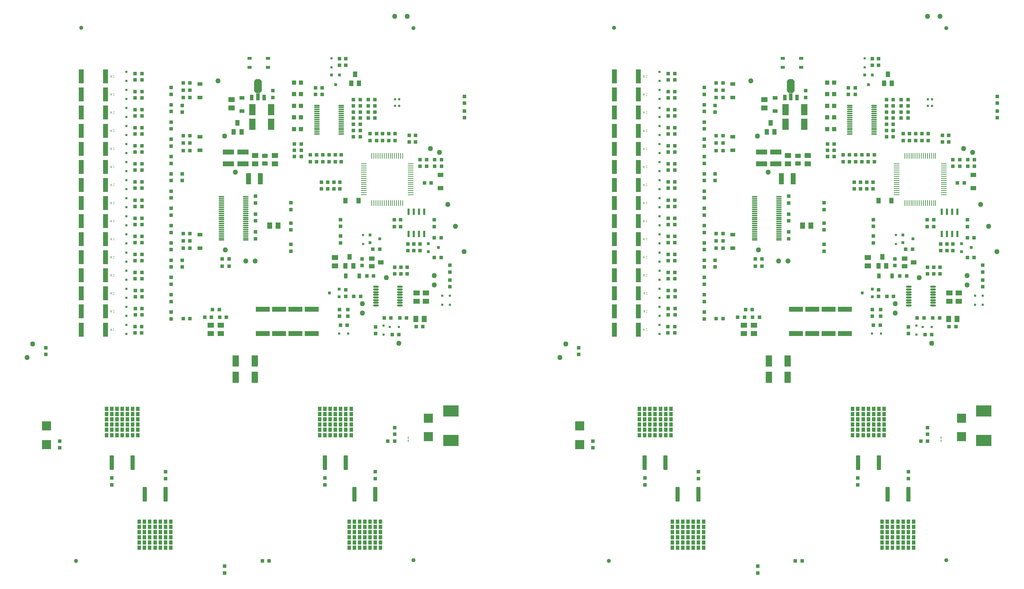
<source format=gtp>
G04*
G04 #@! TF.GenerationSoftware,Altium Limited,Altium Designer,18.0.7 (293)*
G04*
G04 Layer_Color=8421504*
%FSLAX25Y25*%
%MOIN*%
G70*
G01*
G75*
%ADD11R,0.02362X0.06102*%
%ADD12R,0.02362X0.01968*%
%ADD13R,0.03642X0.03740*%
%ADD14C,0.05000*%
%ADD15R,0.09055X0.09055*%
G04:AMPARAMS|DCode=16|XSize=39.37mil|YSize=137.8mil|CornerRadius=1.97mil|HoleSize=0mil|Usage=FLASHONLY|Rotation=0.000|XOffset=0mil|YOffset=0mil|HoleType=Round|Shape=RoundedRectangle|*
%AMROUNDEDRECTD16*
21,1,0.03937,0.13386,0,0,0.0*
21,1,0.03543,0.13780,0,0,0.0*
1,1,0.00394,0.01772,-0.06693*
1,1,0.00394,-0.01772,-0.06693*
1,1,0.00394,-0.01772,0.06693*
1,1,0.00394,0.01772,0.06693*
%
%ADD16ROUNDEDRECTD16*%
%ADD19R,0.05000X0.06300*%
%ADD20R,0.06300X0.05000*%
G04:AMPARAMS|DCode=21|XSize=55.12mil|YSize=43.31mil|CornerRadius=10.83mil|HoleSize=0mil|Usage=FLASHONLY|Rotation=180.000|XOffset=0mil|YOffset=0mil|HoleType=Round|Shape=RoundedRectangle|*
%AMROUNDEDRECTD21*
21,1,0.05512,0.02165,0,0,180.0*
21,1,0.03347,0.04331,0,0,180.0*
1,1,0.02165,-0.01673,0.01083*
1,1,0.02165,0.01673,0.01083*
1,1,0.02165,0.01673,-0.01083*
1,1,0.02165,-0.01673,-0.01083*
%
%ADD21ROUNDEDRECTD21*%
%ADD22R,0.03150X0.02756*%
%ADD25R,0.03937X0.02756*%
%ADD26R,0.03937X0.05512*%
%ADD27R,0.03740X0.03642*%
%ADD28R,0.06299X0.10630*%
%ADD29R,0.05512X0.04331*%
%ADD30R,0.04331X0.05512*%
%ADD31R,0.03602X0.04803*%
%ADD32R,0.05512X0.03937*%
%ADD33O,0.05512X0.01772*%
%ADD34R,0.10630X0.05118*%
%ADD35O,0.05512X0.01181*%
%ADD36R,0.05118X0.10630*%
%ADD37R,0.04803X0.03602*%
G04:AMPARAMS|DCode=38|XSize=74.8mil|YSize=133.86mil|CornerRadius=0mil|HoleSize=0mil|Usage=FLASHONLY|Rotation=180.000|XOffset=0mil|YOffset=0mil|HoleType=Round|Shape=Octagon|*
%AMOCTAGOND38*
4,1,8,0.01870,-0.06693,-0.01870,-0.06693,-0.03740,-0.04823,-0.03740,0.04823,-0.01870,0.06693,0.01870,0.06693,0.03740,0.04823,0.03740,-0.04823,0.01870,-0.06693,0.0*
%
%ADD38OCTAGOND38*%

%ADD39R,0.03543X0.05512*%
%ADD40R,0.03543X0.07087*%
%ADD41R,0.02756X0.03150*%
%ADD42R,0.04400X0.04000*%
%ADD44R,0.13386X0.05118*%
%ADD47R,0.05118X0.13386*%
%ADD48R,0.01000X0.02000*%
%ADD49R,0.15000X0.11000*%
%ADD50C,0.03937*%
G04:AMPARAMS|DCode=92|XSize=9.84mil|YSize=7.87mil|CornerRadius=1.97mil|HoleSize=0mil|Usage=FLASHONLY|Rotation=180.000|XOffset=0mil|YOffset=0mil|HoleType=Round|Shape=RoundedRectangle|*
%AMROUNDEDRECTD92*
21,1,0.00984,0.00394,0,0,180.0*
21,1,0.00591,0.00787,0,0,180.0*
1,1,0.00394,-0.00295,0.00197*
1,1,0.00394,0.00295,0.00197*
1,1,0.00394,0.00295,-0.00197*
1,1,0.00394,-0.00295,-0.00197*
%
%ADD92ROUNDEDRECTD92*%
%ADD93R,0.03780X0.04252*%
%ADD94R,0.03780X0.04252*%
%ADD95R,0.03780X0.04252*%
%ADD96R,0.03780X0.04252*%
%ADD97R,0.01968X0.01968*%
%ADD98R,0.05571X0.00945*%
%ADD99R,0.00945X0.05571*%
%ADD100R,0.01968X0.01968*%
G04:AMPARAMS|DCode=101|XSize=19.68mil|YSize=9.84mil|CornerRadius=1.96mil|HoleSize=0mil|Usage=FLASHONLY|Rotation=90.000|XOffset=0mil|YOffset=0mil|HoleType=Round|Shape=RoundedRectangle|*
%AMROUNDEDRECTD101*
21,1,0.01968,0.00593,0,0,90.0*
21,1,0.01577,0.00984,0,0,90.0*
1,1,0.00392,0.00296,0.00788*
1,1,0.00392,0.00296,-0.00788*
1,1,0.00392,-0.00296,-0.00788*
1,1,0.00392,-0.00296,0.00788*
%
%ADD101ROUNDEDRECTD101*%
D11*
X427870Y374085D02*
D03*
X422870D02*
D03*
X417870D02*
D03*
X412870D02*
D03*
X427870Y352825D02*
D03*
X422870D02*
D03*
X417870D02*
D03*
X412870D02*
D03*
X939681Y374085D02*
D03*
X934681D02*
D03*
X929681D02*
D03*
X924681D02*
D03*
X939681Y352825D02*
D03*
X934681D02*
D03*
X929681D02*
D03*
X924681D02*
D03*
D12*
X403639Y475685D02*
D03*
X399702D02*
D03*
X403739Y482033D02*
D03*
X399802D02*
D03*
X915450Y475685D02*
D03*
X911513D02*
D03*
X915550Y482033D02*
D03*
X911613D02*
D03*
D13*
X437570Y366433D02*
D03*
Y359937D02*
D03*
X452470Y322833D02*
D03*
Y316337D02*
D03*
Y308581D02*
D03*
Y302085D02*
D03*
X282370Y490433D02*
D03*
Y483937D02*
D03*
X236221Y27185D02*
D03*
Y33681D02*
D03*
X127870Y118433D02*
D03*
Y111937D02*
D03*
X332370Y118433D02*
D03*
Y111937D02*
D03*
X380870Y117937D02*
D03*
Y124433D02*
D03*
X179370Y117937D02*
D03*
Y124433D02*
D03*
X411370Y320933D02*
D03*
Y314437D02*
D03*
X405370Y320933D02*
D03*
Y314437D02*
D03*
X399470Y320933D02*
D03*
Y314437D02*
D03*
X417870Y343233D02*
D03*
Y336737D02*
D03*
X423670D02*
D03*
Y343233D02*
D03*
X412070D02*
D03*
Y336737D02*
D03*
X399070Y359937D02*
D03*
Y366433D02*
D03*
X405170D02*
D03*
Y359937D02*
D03*
X419570Y447533D02*
D03*
Y441037D02*
D03*
X413570Y447533D02*
D03*
Y441037D02*
D03*
X328970Y396037D02*
D03*
Y402533D02*
D03*
X340970Y396037D02*
D03*
Y402533D02*
D03*
X346867Y396037D02*
D03*
Y402533D02*
D03*
X334970D02*
D03*
Y396037D02*
D03*
X466370Y464437D02*
D03*
Y470933D02*
D03*
X399870Y442537D02*
D03*
Y449033D02*
D03*
X375870Y442537D02*
D03*
Y449033D02*
D03*
X393870Y442537D02*
D03*
Y449033D02*
D03*
X382070Y442537D02*
D03*
Y449033D02*
D03*
X387870Y442537D02*
D03*
Y449033D02*
D03*
X466370Y484933D02*
D03*
Y478437D02*
D03*
X77870Y147437D02*
D03*
Y153933D02*
D03*
X64370Y237089D02*
D03*
Y243585D02*
D03*
X347470Y360085D02*
D03*
Y366581D02*
D03*
Y350833D02*
D03*
Y344337D02*
D03*
X367970Y322489D02*
D03*
Y328985D02*
D03*
X346370Y521333D02*
D03*
Y514837D02*
D03*
X352470Y521333D02*
D03*
Y514837D02*
D03*
X348267Y428781D02*
D03*
Y422285D02*
D03*
X342370D02*
D03*
Y428781D02*
D03*
X324370Y422285D02*
D03*
Y428781D02*
D03*
X336370Y422285D02*
D03*
Y428781D02*
D03*
X318370D02*
D03*
Y422285D02*
D03*
X330370Y428781D02*
D03*
Y422285D02*
D03*
X380970Y257085D02*
D03*
Y263581D02*
D03*
X354470Y280333D02*
D03*
Y273837D02*
D03*
X346470D02*
D03*
Y280333D02*
D03*
X352470Y292837D02*
D03*
Y299333D02*
D03*
X299870Y376189D02*
D03*
Y382685D02*
D03*
Y356689D02*
D03*
Y363185D02*
D03*
X299870Y342685D02*
D03*
Y336189D02*
D03*
X265870Y354811D02*
D03*
Y348315D02*
D03*
Y365437D02*
D03*
Y371933D02*
D03*
Y389055D02*
D03*
Y382559D02*
D03*
X184870Y486989D02*
D03*
Y493485D02*
D03*
X195470Y469837D02*
D03*
Y476333D02*
D03*
X184870Y470400D02*
D03*
Y476896D02*
D03*
Y453812D02*
D03*
Y460308D02*
D03*
Y437223D02*
D03*
Y443719D02*
D03*
Y420635D02*
D03*
Y427131D02*
D03*
X195470Y404046D02*
D03*
Y410542D02*
D03*
X184870Y404046D02*
D03*
Y410542D02*
D03*
Y387457D02*
D03*
Y393953D02*
D03*
Y370869D02*
D03*
Y377365D02*
D03*
Y354280D02*
D03*
Y360776D02*
D03*
Y337691D02*
D03*
Y344187D02*
D03*
X195470Y321103D02*
D03*
Y327599D02*
D03*
X184870Y321103D02*
D03*
Y327599D02*
D03*
Y304514D02*
D03*
Y311010D02*
D03*
Y287926D02*
D03*
Y294422D02*
D03*
Y271337D02*
D03*
Y277833D02*
D03*
X399370Y160437D02*
D03*
Y166933D02*
D03*
X949381Y366433D02*
D03*
Y359937D02*
D03*
X964281Y322833D02*
D03*
Y316337D02*
D03*
Y308581D02*
D03*
Y302085D02*
D03*
X794181Y490433D02*
D03*
Y483937D02*
D03*
X748032Y27185D02*
D03*
Y33681D02*
D03*
X639681Y118433D02*
D03*
Y111937D02*
D03*
X844181Y118433D02*
D03*
Y111937D02*
D03*
X892681Y117937D02*
D03*
Y124433D02*
D03*
X691181Y117937D02*
D03*
Y124433D02*
D03*
X923181Y320933D02*
D03*
Y314437D02*
D03*
X917181Y320933D02*
D03*
Y314437D02*
D03*
X911281Y320933D02*
D03*
Y314437D02*
D03*
X929681Y343233D02*
D03*
Y336737D02*
D03*
X935481D02*
D03*
Y343233D02*
D03*
X923881D02*
D03*
Y336737D02*
D03*
X910881Y359937D02*
D03*
Y366433D02*
D03*
X916981D02*
D03*
Y359937D02*
D03*
X931381Y447533D02*
D03*
Y441037D02*
D03*
X925381Y447533D02*
D03*
Y441037D02*
D03*
X840781Y396037D02*
D03*
Y402533D02*
D03*
X852781Y396037D02*
D03*
Y402533D02*
D03*
X858678Y396037D02*
D03*
Y402533D02*
D03*
X846781D02*
D03*
Y396037D02*
D03*
X978181Y464437D02*
D03*
Y470933D02*
D03*
X911681Y442537D02*
D03*
Y449033D02*
D03*
X887681Y442537D02*
D03*
Y449033D02*
D03*
X905681Y442537D02*
D03*
Y449033D02*
D03*
X893881Y442537D02*
D03*
Y449033D02*
D03*
X899681Y442537D02*
D03*
Y449033D02*
D03*
X978181Y484933D02*
D03*
Y478437D02*
D03*
X589681Y147437D02*
D03*
Y153933D02*
D03*
X576181Y237089D02*
D03*
Y243585D02*
D03*
X859281Y360085D02*
D03*
Y366581D02*
D03*
Y350833D02*
D03*
Y344337D02*
D03*
X879781Y322489D02*
D03*
Y328985D02*
D03*
X858181Y521333D02*
D03*
Y514837D02*
D03*
X864281Y521333D02*
D03*
Y514837D02*
D03*
X860078Y428781D02*
D03*
Y422285D02*
D03*
X854181D02*
D03*
Y428781D02*
D03*
X836181Y422285D02*
D03*
Y428781D02*
D03*
X848181Y422285D02*
D03*
Y428781D02*
D03*
X830181D02*
D03*
Y422285D02*
D03*
X842181Y428781D02*
D03*
Y422285D02*
D03*
X892781Y257085D02*
D03*
Y263581D02*
D03*
X866281Y280333D02*
D03*
Y273837D02*
D03*
X858281D02*
D03*
Y280333D02*
D03*
X864281Y292837D02*
D03*
Y299333D02*
D03*
X811681Y376189D02*
D03*
Y382685D02*
D03*
Y356689D02*
D03*
Y363185D02*
D03*
X811681Y342685D02*
D03*
Y336189D02*
D03*
X777681Y354811D02*
D03*
Y348315D02*
D03*
Y365437D02*
D03*
Y371933D02*
D03*
Y389055D02*
D03*
Y382559D02*
D03*
X696681Y486989D02*
D03*
Y493485D02*
D03*
X707281Y469837D02*
D03*
Y476333D02*
D03*
X696681Y470400D02*
D03*
Y476896D02*
D03*
Y453812D02*
D03*
Y460308D02*
D03*
Y437223D02*
D03*
Y443719D02*
D03*
Y420635D02*
D03*
Y427131D02*
D03*
X707281Y404046D02*
D03*
Y410542D02*
D03*
X696681Y404046D02*
D03*
Y410542D02*
D03*
Y387457D02*
D03*
Y393953D02*
D03*
Y370869D02*
D03*
Y377365D02*
D03*
Y354280D02*
D03*
Y360776D02*
D03*
Y337691D02*
D03*
Y344187D02*
D03*
X707281Y321103D02*
D03*
Y327599D02*
D03*
X696681Y321103D02*
D03*
Y327599D02*
D03*
Y304514D02*
D03*
Y311010D02*
D03*
Y287926D02*
D03*
Y294422D02*
D03*
Y271337D02*
D03*
Y277833D02*
D03*
X911181Y160437D02*
D03*
Y166933D02*
D03*
D14*
X46370Y234185D02*
D03*
X51870Y247085D02*
D03*
X368370Y276685D02*
D03*
Y285685D02*
D03*
X265370Y326685D02*
D03*
X403370Y247685D02*
D03*
X437370Y303685D02*
D03*
X256370Y326685D02*
D03*
X437370Y312685D02*
D03*
X391370Y310685D02*
D03*
X442570Y431285D02*
D03*
X433870Y434885D02*
D03*
X450370Y381285D02*
D03*
X457870Y360085D02*
D03*
X399370Y561685D02*
D03*
X411370D02*
D03*
X465970Y335685D02*
D03*
X229670Y499885D02*
D03*
X236070Y446785D02*
D03*
X246470Y412185D02*
D03*
X236870Y337485D02*
D03*
X558181Y234185D02*
D03*
X563681Y247085D02*
D03*
X880181Y276685D02*
D03*
Y285685D02*
D03*
X777181Y326685D02*
D03*
X915181Y247685D02*
D03*
X949181Y303685D02*
D03*
X768181Y326685D02*
D03*
X949181Y312685D02*
D03*
X903181Y310685D02*
D03*
X954381Y431285D02*
D03*
X945681Y434885D02*
D03*
X962181Y381285D02*
D03*
X969681Y360085D02*
D03*
X911181Y561685D02*
D03*
X923181D02*
D03*
X977781Y335685D02*
D03*
X741481Y499885D02*
D03*
X747881Y446785D02*
D03*
X758281Y412185D02*
D03*
X748681Y337485D02*
D03*
D15*
X65170Y168343D02*
D03*
Y150627D02*
D03*
X431870Y175902D02*
D03*
Y158185D02*
D03*
X576981Y168343D02*
D03*
Y150627D02*
D03*
X943681Y175902D02*
D03*
Y158185D02*
D03*
D16*
X380827Y102953D02*
D03*
X360827D02*
D03*
X332520Y133268D02*
D03*
X352520D02*
D03*
X127795D02*
D03*
X147795D02*
D03*
X179291Y102953D02*
D03*
X159291D02*
D03*
X892638D02*
D03*
X872638D02*
D03*
X844331Y133268D02*
D03*
X864331D02*
D03*
X639606D02*
D03*
X659606D02*
D03*
X691102Y102953D02*
D03*
X671102D02*
D03*
D19*
X427722Y271085D02*
D03*
X419722D02*
D03*
X279370Y360685D02*
D03*
X287370D02*
D03*
X939533Y271085D02*
D03*
X931533D02*
D03*
X791181Y360685D02*
D03*
X799181D02*
D03*
D20*
X429470Y288333D02*
D03*
Y296333D02*
D03*
X420470Y296333D02*
D03*
Y288333D02*
D03*
X341970Y322085D02*
D03*
Y330085D02*
D03*
X265370Y420185D02*
D03*
Y428185D02*
D03*
X284374D02*
D03*
Y420185D02*
D03*
X242698Y473685D02*
D03*
Y481685D02*
D03*
X222818Y265185D02*
D03*
Y257185D02*
D03*
X232570Y265185D02*
D03*
Y257185D02*
D03*
X941281Y288333D02*
D03*
Y296333D02*
D03*
X932281Y296333D02*
D03*
Y288333D02*
D03*
X853781Y322085D02*
D03*
Y330085D02*
D03*
X777181Y420185D02*
D03*
Y428185D02*
D03*
X796185D02*
D03*
Y420185D02*
D03*
X754509Y473685D02*
D03*
Y481685D02*
D03*
X734630Y265185D02*
D03*
Y257185D02*
D03*
X744381Y265185D02*
D03*
Y257185D02*
D03*
D21*
X274870Y420642D02*
D03*
Y427728D02*
D03*
X786681Y420642D02*
D03*
Y427728D02*
D03*
D22*
X431946Y343427D02*
D03*
X431946Y335947D02*
D03*
X441395Y339687D02*
D03*
X375746Y351825D02*
D03*
X375746Y344345D02*
D03*
X385194Y348085D02*
D03*
X346195Y292345D02*
D03*
X346195Y299825D02*
D03*
X336746Y296085D02*
D03*
X943757Y343427D02*
D03*
X943757Y335947D02*
D03*
X953205Y339687D02*
D03*
X887557Y351825D02*
D03*
X887557Y344345D02*
D03*
X897005Y348085D02*
D03*
X858006Y292345D02*
D03*
X858006Y299825D02*
D03*
X848557Y296085D02*
D03*
D25*
X277928Y512953D02*
D03*
X260212D02*
D03*
X277928Y521417D02*
D03*
X260212D02*
D03*
X789739Y512953D02*
D03*
X772023D02*
D03*
X789739Y521417D02*
D03*
X772023D02*
D03*
D26*
X357630Y497422D02*
D03*
X365110D02*
D03*
X361370Y506083D02*
D03*
X352230Y322254D02*
D03*
X359710D02*
D03*
X355970Y330916D02*
D03*
X244871Y450854D02*
D03*
X252352D02*
D03*
X248611Y459516D02*
D03*
X869441Y497422D02*
D03*
X876921D02*
D03*
X873181Y506083D02*
D03*
X864041Y322254D02*
D03*
X871521D02*
D03*
X867781Y330916D02*
D03*
X756682Y450854D02*
D03*
X764163D02*
D03*
X760423Y459516D02*
D03*
D27*
X359822Y446285D02*
D03*
X366318D02*
D03*
X272342Y38685D02*
D03*
X278839D02*
D03*
X444118Y349185D02*
D03*
X437622D02*
D03*
Y330185D02*
D03*
X444118D02*
D03*
X444418Y417985D02*
D03*
X437922D02*
D03*
X444418Y424085D02*
D03*
X437922D02*
D03*
X430218D02*
D03*
X423722D02*
D03*
X430218Y417985D02*
D03*
X423722D02*
D03*
X428122Y401685D02*
D03*
X434618D02*
D03*
X372722Y312585D02*
D03*
X379218D02*
D03*
X378470Y338085D02*
D03*
X384966D02*
D03*
X395818Y272085D02*
D03*
X389322D02*
D03*
X410894D02*
D03*
X404398D02*
D03*
X323422Y486933D02*
D03*
X329918D02*
D03*
Y493033D02*
D03*
X323422D02*
D03*
X374022Y464085D02*
D03*
X380518D02*
D03*
X374022Y469933D02*
D03*
X380518D02*
D03*
X366318Y458185D02*
D03*
X359822D02*
D03*
Y452185D02*
D03*
X366318D02*
D03*
X374021Y481933D02*
D03*
X380517D02*
D03*
X374021Y475833D02*
D03*
X380517D02*
D03*
X303274Y427033D02*
D03*
X309770D02*
D03*
X303274Y433033D02*
D03*
X309770D02*
D03*
Y439033D02*
D03*
X303274D02*
D03*
X366318Y464085D02*
D03*
X359822D02*
D03*
X366318Y469933D02*
D03*
X359822D02*
D03*
Y475833D02*
D03*
X366318D02*
D03*
Y481933D02*
D03*
X359822D02*
D03*
X426518Y263885D02*
D03*
X420022D02*
D03*
X396970Y256085D02*
D03*
X403466D02*
D03*
X347376Y265085D02*
D03*
X353872D02*
D03*
X360222Y292932D02*
D03*
X366718D02*
D03*
X240417Y328685D02*
D03*
X233921D02*
D03*
X240417Y321685D02*
D03*
X233921D02*
D03*
X231422Y272685D02*
D03*
X237918D02*
D03*
X217122D02*
D03*
X223618D02*
D03*
X196376Y483885D02*
D03*
X202872D02*
D03*
X196376Y497885D02*
D03*
X202872D02*
D03*
X196376Y490885D02*
D03*
X202872D02*
D03*
X196376Y440016D02*
D03*
X202872D02*
D03*
Y447085D02*
D03*
X196376D02*
D03*
Y339147D02*
D03*
X202872D02*
D03*
X196376Y346216D02*
D03*
X202872D02*
D03*
Y353285D02*
D03*
X196376D02*
D03*
X202872Y271385D02*
D03*
X196376D02*
D03*
X150222Y437428D02*
D03*
X156718D02*
D03*
X150222Y506885D02*
D03*
X156718D02*
D03*
X150222Y500885D02*
D03*
X156718D02*
D03*
X150222Y489521D02*
D03*
X156718D02*
D03*
X150222Y483521D02*
D03*
X156718D02*
D03*
X150222Y472156D02*
D03*
X156718D02*
D03*
X150222Y466156D02*
D03*
X156718D02*
D03*
X150222Y454792D02*
D03*
X156718D02*
D03*
X150222Y448792D02*
D03*
X156718D02*
D03*
X196376Y432947D02*
D03*
X202872D02*
D03*
X150222Y431428D02*
D03*
X156718D02*
D03*
X150222Y420063D02*
D03*
X156718D02*
D03*
X150222Y414064D02*
D03*
X156718D02*
D03*
X150222Y402699D02*
D03*
X156718D02*
D03*
X150222Y396699D02*
D03*
X156718D02*
D03*
X150222Y385335D02*
D03*
X156718D02*
D03*
X150222Y379335D02*
D03*
X156718D02*
D03*
X150222Y367971D02*
D03*
X156718D02*
D03*
X150222Y361971D02*
D03*
X156718D02*
D03*
X150222Y350606D02*
D03*
X156718D02*
D03*
X150222Y344606D02*
D03*
X156718D02*
D03*
X150222Y333242D02*
D03*
X156718D02*
D03*
X150222Y327242D02*
D03*
X156718D02*
D03*
X150222Y315878D02*
D03*
X156718D02*
D03*
X150222Y309878D02*
D03*
X156718D02*
D03*
X150322Y298514D02*
D03*
X156818D02*
D03*
X150322Y292514D02*
D03*
X156818D02*
D03*
X150322Y281149D02*
D03*
X156818D02*
D03*
X150322Y275149D02*
D03*
X156818D02*
D03*
X150122Y263785D02*
D03*
X156618D02*
D03*
X150122Y257785D02*
D03*
X156618D02*
D03*
X392874Y153685D02*
D03*
X399370D02*
D03*
X231118Y280185D02*
D03*
X224622D02*
D03*
X871633Y446285D02*
D03*
X878129D02*
D03*
X784154Y38685D02*
D03*
X790650D02*
D03*
X955929Y349185D02*
D03*
X949433D02*
D03*
Y330185D02*
D03*
X955929D02*
D03*
X956229Y417985D02*
D03*
X949733D02*
D03*
X956229Y424085D02*
D03*
X949733D02*
D03*
X942029D02*
D03*
X935533D02*
D03*
X942029Y417985D02*
D03*
X935533D02*
D03*
X939933Y401685D02*
D03*
X946429D02*
D03*
X884533Y312585D02*
D03*
X891029D02*
D03*
X890281Y338085D02*
D03*
X896777D02*
D03*
X907629Y272085D02*
D03*
X901133D02*
D03*
X922705D02*
D03*
X916209D02*
D03*
X835233Y486933D02*
D03*
X841729D02*
D03*
Y493033D02*
D03*
X835233D02*
D03*
X885833Y464085D02*
D03*
X892329D02*
D03*
X885833Y469933D02*
D03*
X892329D02*
D03*
X878129Y458185D02*
D03*
X871633D02*
D03*
Y452185D02*
D03*
X878129D02*
D03*
X885832Y481933D02*
D03*
X892328D02*
D03*
X885832Y475833D02*
D03*
X892328D02*
D03*
X815085Y427033D02*
D03*
X821581D02*
D03*
X815085Y433033D02*
D03*
X821581D02*
D03*
Y439033D02*
D03*
X815085D02*
D03*
X878129Y464085D02*
D03*
X871633D02*
D03*
X878129Y469933D02*
D03*
X871633D02*
D03*
Y475833D02*
D03*
X878129D02*
D03*
Y481933D02*
D03*
X871633D02*
D03*
X938329Y263885D02*
D03*
X931833D02*
D03*
X908781Y256085D02*
D03*
X915277D02*
D03*
X859187Y265085D02*
D03*
X865683D02*
D03*
X872033Y292932D02*
D03*
X878529D02*
D03*
X752228Y328685D02*
D03*
X745732D02*
D03*
X752228Y321685D02*
D03*
X745732D02*
D03*
X743233Y272685D02*
D03*
X749729D02*
D03*
X728933D02*
D03*
X735429D02*
D03*
X708187Y483885D02*
D03*
X714683D02*
D03*
X708187Y497885D02*
D03*
X714683D02*
D03*
X708187Y490885D02*
D03*
X714683D02*
D03*
X708187Y440016D02*
D03*
X714683D02*
D03*
Y447085D02*
D03*
X708187D02*
D03*
Y339147D02*
D03*
X714683D02*
D03*
X708187Y346216D02*
D03*
X714683D02*
D03*
Y353285D02*
D03*
X708187D02*
D03*
X714683Y271385D02*
D03*
X708187D02*
D03*
X662033Y437428D02*
D03*
X668529D02*
D03*
X662033Y506885D02*
D03*
X668529D02*
D03*
X662033Y500885D02*
D03*
X668529D02*
D03*
X662033Y489521D02*
D03*
X668529D02*
D03*
X662033Y483521D02*
D03*
X668529D02*
D03*
X662033Y472156D02*
D03*
X668529D02*
D03*
X662033Y466156D02*
D03*
X668529D02*
D03*
X662033Y454792D02*
D03*
X668529D02*
D03*
X662033Y448792D02*
D03*
X668529D02*
D03*
X708187Y432947D02*
D03*
X714683D02*
D03*
X662033Y431428D02*
D03*
X668529D02*
D03*
X662033Y420063D02*
D03*
X668529D02*
D03*
X662033Y414064D02*
D03*
X668529D02*
D03*
X662033Y402699D02*
D03*
X668529D02*
D03*
X662033Y396699D02*
D03*
X668529D02*
D03*
X662033Y385335D02*
D03*
X668529D02*
D03*
X662033Y379335D02*
D03*
X668529D02*
D03*
X662033Y367971D02*
D03*
X668529D02*
D03*
X662033Y361971D02*
D03*
X668529D02*
D03*
X662033Y350606D02*
D03*
X668529D02*
D03*
X662033Y344606D02*
D03*
X668529D02*
D03*
X662033Y333242D02*
D03*
X668529D02*
D03*
X662033Y327242D02*
D03*
X668529D02*
D03*
X662033Y315878D02*
D03*
X668529D02*
D03*
X662033Y309878D02*
D03*
X668529D02*
D03*
X662133Y298514D02*
D03*
X668629D02*
D03*
X662133Y292514D02*
D03*
X668629D02*
D03*
X662133Y281149D02*
D03*
X668629D02*
D03*
X662133Y275149D02*
D03*
X668629D02*
D03*
X661933Y263785D02*
D03*
X668429D02*
D03*
X661933Y257785D02*
D03*
X668429D02*
D03*
X904685Y153685D02*
D03*
X911181D02*
D03*
X742929Y280185D02*
D03*
X736433D02*
D03*
D28*
X262815Y472185D02*
D03*
X280925D02*
D03*
X262815Y458185D02*
D03*
X280925D02*
D03*
X264961Y215186D02*
D03*
X246850D02*
D03*
X264961Y230686D02*
D03*
X246850D02*
D03*
X774626Y472185D02*
D03*
X792736D02*
D03*
X774626Y458185D02*
D03*
X792736D02*
D03*
X776772Y215186D02*
D03*
X758661D02*
D03*
X776772Y230686D02*
D03*
X758661D02*
D03*
D29*
X443370Y409484D02*
D03*
Y396886D02*
D03*
X955181Y409484D02*
D03*
Y396886D02*
D03*
D30*
X364769Y384685D02*
D03*
X352171D02*
D03*
X876580D02*
D03*
X863982D02*
D03*
D31*
X365417Y312585D02*
D03*
X352523D02*
D03*
X877228D02*
D03*
X864334D02*
D03*
D32*
X377309Y329325D02*
D03*
Y321845D02*
D03*
X385970Y325585D02*
D03*
X889120Y329325D02*
D03*
Y321845D02*
D03*
X897781Y325585D02*
D03*
D33*
X404584Y284128D02*
D03*
Y286687D02*
D03*
Y289247D02*
D03*
Y291806D02*
D03*
Y294365D02*
D03*
Y296924D02*
D03*
Y299483D02*
D03*
Y302042D02*
D03*
X381356Y284128D02*
D03*
Y286687D02*
D03*
Y289247D02*
D03*
Y291806D02*
D03*
Y294365D02*
D03*
Y296924D02*
D03*
Y299483D02*
D03*
Y302042D02*
D03*
X916395Y284128D02*
D03*
Y286687D02*
D03*
Y289247D02*
D03*
Y291806D02*
D03*
Y294365D02*
D03*
Y296924D02*
D03*
Y299483D02*
D03*
Y302042D02*
D03*
X893167Y284128D02*
D03*
Y286687D02*
D03*
Y289247D02*
D03*
Y291806D02*
D03*
Y294365D02*
D03*
Y296924D02*
D03*
Y299483D02*
D03*
Y302042D02*
D03*
D34*
X253706Y431614D02*
D03*
Y420196D02*
D03*
X239870D02*
D03*
Y431614D02*
D03*
X765517D02*
D03*
Y420196D02*
D03*
X751681D02*
D03*
Y431614D02*
D03*
D35*
X256484Y347016D02*
D03*
Y348984D02*
D03*
Y350953D02*
D03*
Y352921D02*
D03*
Y354890D02*
D03*
Y356858D02*
D03*
Y358827D02*
D03*
Y360795D02*
D03*
Y362764D02*
D03*
Y364732D02*
D03*
Y366701D02*
D03*
Y368669D02*
D03*
Y370638D02*
D03*
Y372606D02*
D03*
Y374575D02*
D03*
Y376543D02*
D03*
Y378512D02*
D03*
Y380480D02*
D03*
Y382449D02*
D03*
Y384417D02*
D03*
Y386386D02*
D03*
Y388354D02*
D03*
X233256Y347016D02*
D03*
Y348984D02*
D03*
Y350953D02*
D03*
Y352921D02*
D03*
Y354890D02*
D03*
Y356858D02*
D03*
Y358827D02*
D03*
Y360795D02*
D03*
Y362764D02*
D03*
Y364732D02*
D03*
Y366701D02*
D03*
Y368669D02*
D03*
Y370638D02*
D03*
Y372606D02*
D03*
Y374575D02*
D03*
Y376543D02*
D03*
Y378512D02*
D03*
Y380480D02*
D03*
Y382449D02*
D03*
Y384417D02*
D03*
Y386386D02*
D03*
Y388354D02*
D03*
X347984Y448753D02*
D03*
Y450722D02*
D03*
Y452691D02*
D03*
Y454659D02*
D03*
Y456628D02*
D03*
Y458596D02*
D03*
Y460565D02*
D03*
Y462533D02*
D03*
Y464502D02*
D03*
Y466470D02*
D03*
Y468439D02*
D03*
Y470407D02*
D03*
Y472376D02*
D03*
Y474344D02*
D03*
Y476313D02*
D03*
X324756Y448753D02*
D03*
Y450722D02*
D03*
Y452691D02*
D03*
Y454659D02*
D03*
Y456628D02*
D03*
Y458596D02*
D03*
Y460565D02*
D03*
Y462533D02*
D03*
Y464502D02*
D03*
Y466470D02*
D03*
Y468439D02*
D03*
Y470407D02*
D03*
Y472376D02*
D03*
Y474344D02*
D03*
Y476313D02*
D03*
X768295Y347016D02*
D03*
Y348984D02*
D03*
Y350953D02*
D03*
Y352921D02*
D03*
Y354890D02*
D03*
Y356858D02*
D03*
Y358827D02*
D03*
Y360795D02*
D03*
Y362764D02*
D03*
Y364732D02*
D03*
Y366701D02*
D03*
Y368669D02*
D03*
Y370638D02*
D03*
Y372606D02*
D03*
Y374575D02*
D03*
Y376543D02*
D03*
Y378512D02*
D03*
Y380480D02*
D03*
Y382449D02*
D03*
Y384417D02*
D03*
Y386386D02*
D03*
Y388354D02*
D03*
X745067Y347016D02*
D03*
Y348984D02*
D03*
Y350953D02*
D03*
Y352921D02*
D03*
Y354890D02*
D03*
Y356858D02*
D03*
Y358827D02*
D03*
Y360795D02*
D03*
Y362764D02*
D03*
Y364732D02*
D03*
Y366701D02*
D03*
Y368669D02*
D03*
Y370638D02*
D03*
Y372606D02*
D03*
Y374575D02*
D03*
Y376543D02*
D03*
Y378512D02*
D03*
Y380480D02*
D03*
Y382449D02*
D03*
Y384417D02*
D03*
Y386386D02*
D03*
Y388354D02*
D03*
X859795Y448753D02*
D03*
Y450722D02*
D03*
Y452691D02*
D03*
Y454659D02*
D03*
Y456628D02*
D03*
Y458596D02*
D03*
Y460565D02*
D03*
Y462533D02*
D03*
Y464502D02*
D03*
Y466470D02*
D03*
Y468439D02*
D03*
Y470407D02*
D03*
Y472376D02*
D03*
Y474344D02*
D03*
Y476313D02*
D03*
X836567Y448753D02*
D03*
Y450722D02*
D03*
Y452691D02*
D03*
Y454659D02*
D03*
Y456628D02*
D03*
Y458596D02*
D03*
Y460565D02*
D03*
Y462533D02*
D03*
Y464502D02*
D03*
Y466470D02*
D03*
Y468439D02*
D03*
Y470407D02*
D03*
Y472376D02*
D03*
Y474344D02*
D03*
Y476313D02*
D03*
D36*
X259041Y405685D02*
D03*
X270459D02*
D03*
X770853D02*
D03*
X782270D02*
D03*
D37*
X252870Y483632D02*
D03*
Y470738D02*
D03*
X212470Y483938D02*
D03*
Y496832D02*
D03*
Y433191D02*
D03*
Y446085D02*
D03*
Y339138D02*
D03*
Y352032D02*
D03*
X764681Y483632D02*
D03*
Y470738D02*
D03*
X724281Y483938D02*
D03*
Y496832D02*
D03*
Y433191D02*
D03*
Y446085D02*
D03*
Y339138D02*
D03*
Y352032D02*
D03*
D38*
X268056Y494728D02*
D03*
X779867D02*
D03*
D39*
X273961Y483705D02*
D03*
X262150D02*
D03*
X785772D02*
D03*
X773961D02*
D03*
D40*
X268056Y484492D02*
D03*
X779867D02*
D03*
D41*
X346410Y505482D02*
D03*
X338930Y505482D02*
D03*
X342670Y496033D02*
D03*
X858221Y505482D02*
D03*
X850741Y505482D02*
D03*
X854481Y496033D02*
D03*
D42*
X309567Y453633D02*
D03*
X302874D02*
D03*
X309567Y464783D02*
D03*
X302874D02*
D03*
Y475933D02*
D03*
X309567D02*
D03*
X302874Y487083D02*
D03*
X309567D02*
D03*
Y498233D02*
D03*
X302874D02*
D03*
X821378Y453633D02*
D03*
X814685D02*
D03*
X821378Y464783D02*
D03*
X814685D02*
D03*
Y475933D02*
D03*
X821378D02*
D03*
X814685Y487083D02*
D03*
X821378D02*
D03*
Y498233D02*
D03*
X814685D02*
D03*
D44*
X319870Y280403D02*
D03*
Y257175D02*
D03*
X304203Y280403D02*
D03*
Y257175D02*
D03*
X288537Y280403D02*
D03*
Y257175D02*
D03*
X272870Y280403D02*
D03*
Y257175D02*
D03*
X831681Y280403D02*
D03*
Y257175D02*
D03*
X816014Y280403D02*
D03*
Y257175D02*
D03*
X800348Y280403D02*
D03*
Y257175D02*
D03*
X784681Y280403D02*
D03*
Y257175D02*
D03*
D47*
X121784Y260985D02*
D03*
X98556D02*
D03*
X121784Y278349D02*
D03*
X98556D02*
D03*
X121784Y295714D02*
D03*
X98556D02*
D03*
X121784Y313078D02*
D03*
X98556D02*
D03*
X121784Y330442D02*
D03*
X98556D02*
D03*
X121784Y347806D02*
D03*
X98556D02*
D03*
X121784Y365171D02*
D03*
X98556D02*
D03*
X121784Y382535D02*
D03*
X98556D02*
D03*
X121784Y399899D02*
D03*
X98556D02*
D03*
X121784Y417264D02*
D03*
X98556D02*
D03*
X121784Y434628D02*
D03*
X98556D02*
D03*
X121784Y451992D02*
D03*
X98556D02*
D03*
X121784Y469356D02*
D03*
X98556D02*
D03*
X121784Y486721D02*
D03*
X98556D02*
D03*
X121784Y504085D02*
D03*
X98556D02*
D03*
X633595Y260985D02*
D03*
X610367D02*
D03*
X633595Y278349D02*
D03*
X610367D02*
D03*
X633595Y295714D02*
D03*
X610367D02*
D03*
X633595Y313078D02*
D03*
X610367D02*
D03*
X633595Y330442D02*
D03*
X610367D02*
D03*
X633595Y347806D02*
D03*
X610367D02*
D03*
X633595Y365171D02*
D03*
X610367D02*
D03*
X633595Y382535D02*
D03*
X610367D02*
D03*
X633595Y399899D02*
D03*
X610367D02*
D03*
X633595Y417264D02*
D03*
X610367D02*
D03*
X633595Y434628D02*
D03*
X610367D02*
D03*
X633595Y451992D02*
D03*
X610367D02*
D03*
X633595Y469356D02*
D03*
X610367D02*
D03*
X633595Y486721D02*
D03*
X610367D02*
D03*
X633595Y504085D02*
D03*
X610367D02*
D03*
D48*
X412370Y154185D02*
D03*
Y157185D02*
D03*
X924181Y154185D02*
D03*
Y157185D02*
D03*
D49*
X453370Y182734D02*
D03*
Y154636D02*
D03*
X965181Y182734D02*
D03*
Y154636D02*
D03*
D50*
X417323Y550635D02*
D03*
X93470Y38785D02*
D03*
X98425Y550985D02*
D03*
X417323Y39370D02*
D03*
X929134Y550635D02*
D03*
X605281Y38785D02*
D03*
X610236Y550985D02*
D03*
X929134Y39370D02*
D03*
D92*
X129650Y503298D02*
D03*
Y504872D02*
D03*
Y485933D02*
D03*
Y487508D02*
D03*
Y468569D02*
D03*
Y470144D02*
D03*
Y451205D02*
D03*
Y452779D02*
D03*
Y433840D02*
D03*
Y435415D02*
D03*
Y416476D02*
D03*
Y418051D02*
D03*
Y399112D02*
D03*
Y400687D02*
D03*
Y381748D02*
D03*
Y383322D02*
D03*
Y364383D02*
D03*
Y365958D02*
D03*
Y347019D02*
D03*
Y348594D02*
D03*
Y329655D02*
D03*
Y331230D02*
D03*
Y312291D02*
D03*
Y313865D02*
D03*
X129750Y294926D02*
D03*
Y296501D02*
D03*
Y277562D02*
D03*
Y279137D02*
D03*
X129550Y260198D02*
D03*
Y261772D02*
D03*
X641461Y503298D02*
D03*
Y504872D02*
D03*
Y485933D02*
D03*
Y487508D02*
D03*
Y468569D02*
D03*
Y470144D02*
D03*
Y451205D02*
D03*
Y452779D02*
D03*
Y433840D02*
D03*
Y435415D02*
D03*
Y416476D02*
D03*
Y418051D02*
D03*
Y399112D02*
D03*
Y400687D02*
D03*
Y381748D02*
D03*
Y383322D02*
D03*
Y364383D02*
D03*
Y365958D02*
D03*
Y347019D02*
D03*
Y348594D02*
D03*
Y329655D02*
D03*
Y331230D02*
D03*
Y312291D02*
D03*
Y313865D02*
D03*
X641561Y294926D02*
D03*
Y296501D02*
D03*
Y277562D02*
D03*
Y279137D02*
D03*
X641361Y260198D02*
D03*
Y261772D02*
D03*
D93*
X365788Y66496D02*
D03*
Y76575D02*
D03*
Y51378D02*
D03*
Y61457D02*
D03*
X355709Y66496D02*
D03*
Y76575D02*
D03*
Y51378D02*
D03*
Y61457D02*
D03*
X380906Y71535D02*
D03*
Y56417D02*
D03*
X370827Y71535D02*
D03*
Y56417D02*
D03*
X347559Y169724D02*
D03*
Y159646D02*
D03*
Y184843D02*
D03*
Y174764D02*
D03*
X357638Y169724D02*
D03*
Y159646D02*
D03*
Y184843D02*
D03*
Y174764D02*
D03*
X332441Y164685D02*
D03*
Y179803D02*
D03*
X342520Y164685D02*
D03*
Y179803D02*
D03*
X147874Y174764D02*
D03*
Y184843D02*
D03*
Y159646D02*
D03*
Y169724D02*
D03*
X122677Y179803D02*
D03*
Y164685D02*
D03*
X132756Y179803D02*
D03*
Y164685D02*
D03*
X159213Y61457D02*
D03*
Y76575D02*
D03*
Y66496D02*
D03*
X184409Y56417D02*
D03*
Y71535D02*
D03*
X179370Y51378D02*
D03*
X174331Y56417D02*
D03*
Y71535D02*
D03*
X169291Y51378D02*
D03*
X877598Y66496D02*
D03*
Y76575D02*
D03*
Y51378D02*
D03*
Y61457D02*
D03*
X867520Y66496D02*
D03*
Y76575D02*
D03*
Y51378D02*
D03*
Y61457D02*
D03*
X892717Y71535D02*
D03*
Y56417D02*
D03*
X882638Y71535D02*
D03*
Y56417D02*
D03*
X859370Y169724D02*
D03*
Y159646D02*
D03*
Y184843D02*
D03*
Y174764D02*
D03*
X869449Y169724D02*
D03*
Y159646D02*
D03*
Y184843D02*
D03*
Y174764D02*
D03*
X844252Y164685D02*
D03*
Y179803D02*
D03*
X854331Y164685D02*
D03*
Y179803D02*
D03*
X659685Y174764D02*
D03*
Y184843D02*
D03*
Y159646D02*
D03*
Y169724D02*
D03*
X634488Y179803D02*
D03*
Y164685D02*
D03*
X644567Y179803D02*
D03*
Y164685D02*
D03*
X671024Y61457D02*
D03*
Y76575D02*
D03*
Y66496D02*
D03*
X696220Y56417D02*
D03*
Y71535D02*
D03*
X691181Y51378D02*
D03*
X686142Y56417D02*
D03*
Y71535D02*
D03*
X681102Y51378D02*
D03*
D94*
X365788Y71535D02*
D03*
Y56417D02*
D03*
X355709Y71535D02*
D03*
Y56417D02*
D03*
X380906Y66496D02*
D03*
Y76575D02*
D03*
Y51378D02*
D03*
Y61457D02*
D03*
X370827Y66496D02*
D03*
Y76575D02*
D03*
Y51378D02*
D03*
Y61457D02*
D03*
X347559Y164685D02*
D03*
Y179803D02*
D03*
X357638Y164685D02*
D03*
Y179803D02*
D03*
X332441Y169724D02*
D03*
Y159646D02*
D03*
Y184843D02*
D03*
Y174764D02*
D03*
X342520Y169724D02*
D03*
Y159646D02*
D03*
Y184843D02*
D03*
Y174764D02*
D03*
X147874Y179803D02*
D03*
Y164685D02*
D03*
X122677Y174764D02*
D03*
Y184843D02*
D03*
Y159646D02*
D03*
Y169724D02*
D03*
X132756Y174764D02*
D03*
Y184843D02*
D03*
Y159646D02*
D03*
Y169724D02*
D03*
X164252Y51378D02*
D03*
X159213Y56417D02*
D03*
Y71535D02*
D03*
X154173Y51378D02*
D03*
X184409Y61457D02*
D03*
Y76575D02*
D03*
Y66496D02*
D03*
X174331Y61457D02*
D03*
Y76575D02*
D03*
Y66496D02*
D03*
X877598Y71535D02*
D03*
Y56417D02*
D03*
X867520Y71535D02*
D03*
Y56417D02*
D03*
X892717Y66496D02*
D03*
Y76575D02*
D03*
Y51378D02*
D03*
Y61457D02*
D03*
X882638Y66496D02*
D03*
Y76575D02*
D03*
Y51378D02*
D03*
Y61457D02*
D03*
X859370Y164685D02*
D03*
Y179803D02*
D03*
X869449Y164685D02*
D03*
Y179803D02*
D03*
X844252Y169724D02*
D03*
Y159646D02*
D03*
Y184843D02*
D03*
Y174764D02*
D03*
X854331Y169724D02*
D03*
Y159646D02*
D03*
Y184843D02*
D03*
Y174764D02*
D03*
X659685Y179803D02*
D03*
Y164685D02*
D03*
X634488Y174764D02*
D03*
Y184843D02*
D03*
Y159646D02*
D03*
Y169724D02*
D03*
X644567Y174764D02*
D03*
Y184843D02*
D03*
Y159646D02*
D03*
Y169724D02*
D03*
X676063Y51378D02*
D03*
X671024Y56417D02*
D03*
Y71535D02*
D03*
X665984Y51378D02*
D03*
X696220Y61457D02*
D03*
Y76575D02*
D03*
Y66496D02*
D03*
X686142Y61457D02*
D03*
Y76575D02*
D03*
Y66496D02*
D03*
D95*
X360748Y61457D02*
D03*
Y51378D02*
D03*
Y76575D02*
D03*
Y66496D02*
D03*
X385945Y56417D02*
D03*
Y71535D02*
D03*
X375866Y56417D02*
D03*
Y71535D02*
D03*
X352598Y174764D02*
D03*
Y184843D02*
D03*
Y159646D02*
D03*
Y169724D02*
D03*
X327402Y179803D02*
D03*
Y164685D02*
D03*
X337480Y179803D02*
D03*
Y164685D02*
D03*
X142835Y169724D02*
D03*
Y159646D02*
D03*
Y184843D02*
D03*
Y174764D02*
D03*
X152913Y169724D02*
D03*
Y159646D02*
D03*
Y184843D02*
D03*
Y174764D02*
D03*
X127717Y164685D02*
D03*
Y179803D02*
D03*
X137795Y164685D02*
D03*
Y179803D02*
D03*
X164252Y66496D02*
D03*
Y76575D02*
D03*
Y61457D02*
D03*
X154173Y66496D02*
D03*
Y76575D02*
D03*
Y61457D02*
D03*
X184409Y51378D02*
D03*
X179370Y71535D02*
D03*
Y56417D02*
D03*
X174331Y51378D02*
D03*
X169291Y71535D02*
D03*
Y56417D02*
D03*
X872559Y61457D02*
D03*
Y51378D02*
D03*
Y76575D02*
D03*
Y66496D02*
D03*
X897756Y56417D02*
D03*
Y71535D02*
D03*
X887677Y56417D02*
D03*
Y71535D02*
D03*
X864409Y174764D02*
D03*
Y184843D02*
D03*
Y159646D02*
D03*
Y169724D02*
D03*
X839213Y179803D02*
D03*
Y164685D02*
D03*
X849291Y179803D02*
D03*
Y164685D02*
D03*
X654646Y169724D02*
D03*
Y159646D02*
D03*
Y184843D02*
D03*
Y174764D02*
D03*
X664724Y169724D02*
D03*
Y159646D02*
D03*
Y184843D02*
D03*
Y174764D02*
D03*
X639528Y164685D02*
D03*
Y179803D02*
D03*
X649606Y164685D02*
D03*
Y179803D02*
D03*
X676063Y66496D02*
D03*
Y76575D02*
D03*
Y61457D02*
D03*
X665984Y66496D02*
D03*
Y76575D02*
D03*
Y61457D02*
D03*
X696220Y51378D02*
D03*
X691181Y71535D02*
D03*
Y56417D02*
D03*
X686142Y51378D02*
D03*
X681102Y71535D02*
D03*
Y56417D02*
D03*
D96*
X360748Y56417D02*
D03*
Y71535D02*
D03*
X385945Y61457D02*
D03*
Y51378D02*
D03*
Y76575D02*
D03*
Y66496D02*
D03*
X375866Y61457D02*
D03*
Y51378D02*
D03*
Y76575D02*
D03*
Y66496D02*
D03*
X352598Y179803D02*
D03*
Y164685D02*
D03*
X327402Y174764D02*
D03*
Y184843D02*
D03*
Y159646D02*
D03*
Y169724D02*
D03*
X337480Y174764D02*
D03*
Y184843D02*
D03*
Y159646D02*
D03*
Y169724D02*
D03*
X142835Y164685D02*
D03*
Y179803D02*
D03*
X152913Y164685D02*
D03*
Y179803D02*
D03*
X127717Y169724D02*
D03*
Y159646D02*
D03*
Y184843D02*
D03*
Y174764D02*
D03*
X137795Y169724D02*
D03*
Y159646D02*
D03*
Y184843D02*
D03*
Y174764D02*
D03*
X164252Y71535D02*
D03*
Y56417D02*
D03*
X159213Y51378D02*
D03*
X154173Y71535D02*
D03*
Y56417D02*
D03*
X179370Y66496D02*
D03*
Y76575D02*
D03*
Y61457D02*
D03*
X169291Y66496D02*
D03*
Y76575D02*
D03*
Y61457D02*
D03*
X872559Y56417D02*
D03*
Y71535D02*
D03*
X897756Y61457D02*
D03*
Y51378D02*
D03*
Y76575D02*
D03*
Y66496D02*
D03*
X887677Y61457D02*
D03*
Y51378D02*
D03*
Y76575D02*
D03*
Y66496D02*
D03*
X864409Y179803D02*
D03*
Y164685D02*
D03*
X839213Y174764D02*
D03*
Y184843D02*
D03*
Y159646D02*
D03*
Y169724D02*
D03*
X849291Y174764D02*
D03*
Y184843D02*
D03*
Y159646D02*
D03*
Y169724D02*
D03*
X654646Y164685D02*
D03*
Y179803D02*
D03*
X664724Y164685D02*
D03*
Y179803D02*
D03*
X639528Y169724D02*
D03*
Y159646D02*
D03*
Y184843D02*
D03*
Y174764D02*
D03*
X649606Y169724D02*
D03*
Y159646D02*
D03*
Y184843D02*
D03*
Y174764D02*
D03*
X676063Y71535D02*
D03*
Y56417D02*
D03*
X671024Y51378D02*
D03*
X665984Y71535D02*
D03*
Y56417D02*
D03*
X691181Y66496D02*
D03*
Y76575D02*
D03*
Y61457D02*
D03*
X681102Y66496D02*
D03*
Y76575D02*
D03*
Y61457D02*
D03*
D97*
X452470Y293416D02*
D03*
Y284754D02*
D03*
X444970Y293416D02*
D03*
Y284754D02*
D03*
X368970Y343254D02*
D03*
Y351916D02*
D03*
X338870Y521368D02*
D03*
Y512707D02*
D03*
X388669Y256085D02*
D03*
Y264746D02*
D03*
X141870Y499974D02*
D03*
Y508636D02*
D03*
Y482612D02*
D03*
Y491273D02*
D03*
Y465241D02*
D03*
Y473903D02*
D03*
Y447879D02*
D03*
Y456540D02*
D03*
Y430513D02*
D03*
Y439175D02*
D03*
Y413151D02*
D03*
Y421812D02*
D03*
Y395785D02*
D03*
Y404447D02*
D03*
Y378423D02*
D03*
Y387084D02*
D03*
Y361063D02*
D03*
Y369724D02*
D03*
Y343695D02*
D03*
Y352357D02*
D03*
Y326330D02*
D03*
Y334991D02*
D03*
Y308967D02*
D03*
Y317629D02*
D03*
Y291602D02*
D03*
Y300263D02*
D03*
Y274239D02*
D03*
Y282901D02*
D03*
Y256873D02*
D03*
Y265534D02*
D03*
X964281Y293416D02*
D03*
Y284754D02*
D03*
X956781Y293416D02*
D03*
Y284754D02*
D03*
X880781Y343254D02*
D03*
Y351916D02*
D03*
X850681Y521368D02*
D03*
Y512707D02*
D03*
X900480Y256085D02*
D03*
Y264746D02*
D03*
X653681Y499974D02*
D03*
Y508636D02*
D03*
Y482612D02*
D03*
Y491273D02*
D03*
Y465241D02*
D03*
Y473903D02*
D03*
Y447879D02*
D03*
Y456540D02*
D03*
Y430513D02*
D03*
Y439175D02*
D03*
Y413151D02*
D03*
Y421812D02*
D03*
Y395785D02*
D03*
Y404447D02*
D03*
Y378423D02*
D03*
Y387084D02*
D03*
Y361063D02*
D03*
Y369724D02*
D03*
Y343695D02*
D03*
Y352357D02*
D03*
Y326330D02*
D03*
Y334991D02*
D03*
Y308967D02*
D03*
Y317629D02*
D03*
Y291602D02*
D03*
Y300263D02*
D03*
Y274239D02*
D03*
Y282901D02*
D03*
Y256873D02*
D03*
Y265534D02*
D03*
D98*
X369770Y420028D02*
D03*
Y418059D02*
D03*
Y416090D02*
D03*
Y414122D02*
D03*
Y412153D02*
D03*
Y410185D02*
D03*
Y408216D02*
D03*
Y406248D02*
D03*
Y404280D02*
D03*
Y402311D02*
D03*
Y400343D02*
D03*
Y398374D02*
D03*
Y396406D02*
D03*
Y394437D02*
D03*
Y392469D02*
D03*
Y390500D02*
D03*
X414951D02*
D03*
Y392469D02*
D03*
Y394437D02*
D03*
Y396406D02*
D03*
Y398374D02*
D03*
Y400343D02*
D03*
Y402311D02*
D03*
Y404280D02*
D03*
Y406248D02*
D03*
Y408216D02*
D03*
Y410185D02*
D03*
Y412153D02*
D03*
Y414122D02*
D03*
Y416090D02*
D03*
Y418059D02*
D03*
Y420028D02*
D03*
X881581D02*
D03*
Y418059D02*
D03*
Y416090D02*
D03*
Y414122D02*
D03*
Y412153D02*
D03*
Y410185D02*
D03*
Y408216D02*
D03*
Y406248D02*
D03*
Y404280D02*
D03*
Y402311D02*
D03*
Y400343D02*
D03*
Y398374D02*
D03*
Y396406D02*
D03*
Y394437D02*
D03*
Y392469D02*
D03*
Y390500D02*
D03*
X926762D02*
D03*
Y392469D02*
D03*
Y394437D02*
D03*
Y396406D02*
D03*
Y398374D02*
D03*
Y400343D02*
D03*
Y402311D02*
D03*
Y404280D02*
D03*
Y406248D02*
D03*
Y408216D02*
D03*
Y410185D02*
D03*
Y412153D02*
D03*
Y414122D02*
D03*
Y416090D02*
D03*
Y418059D02*
D03*
Y420028D02*
D03*
D99*
X377597Y382673D02*
D03*
X379565D02*
D03*
X381534D02*
D03*
X383502D02*
D03*
X385471D02*
D03*
X387439D02*
D03*
X389408D02*
D03*
X391376D02*
D03*
X393345D02*
D03*
X395313D02*
D03*
X397282D02*
D03*
X399250D02*
D03*
X401219D02*
D03*
X403187D02*
D03*
X405156D02*
D03*
X407124D02*
D03*
Y427854D02*
D03*
X405156D02*
D03*
X403187D02*
D03*
X401219D02*
D03*
X399250D02*
D03*
X397282D02*
D03*
X395313D02*
D03*
X393345D02*
D03*
X391376D02*
D03*
X389408D02*
D03*
X387439D02*
D03*
X385471D02*
D03*
X383502D02*
D03*
X381534D02*
D03*
X379565D02*
D03*
X377597D02*
D03*
X889408Y382673D02*
D03*
X891376D02*
D03*
X893345D02*
D03*
X895313D02*
D03*
X897282D02*
D03*
X899250D02*
D03*
X901219D02*
D03*
X903187D02*
D03*
X905156D02*
D03*
X907124D02*
D03*
X909093D02*
D03*
X911061D02*
D03*
X913030D02*
D03*
X914998D02*
D03*
X916967D02*
D03*
X918935D02*
D03*
Y427854D02*
D03*
X916967D02*
D03*
X914998D02*
D03*
X913030D02*
D03*
X911061D02*
D03*
X909093D02*
D03*
X907124D02*
D03*
X905156D02*
D03*
X903187D02*
D03*
X901219D02*
D03*
X899250D02*
D03*
X897282D02*
D03*
X895313D02*
D03*
X893345D02*
D03*
X891376D02*
D03*
X889408D02*
D03*
D100*
X403301Y263370D02*
D03*
X394639D02*
D03*
X346139Y257085D02*
D03*
X354801D02*
D03*
X915112Y263370D02*
D03*
X906450D02*
D03*
X857950Y257085D02*
D03*
X866612D02*
D03*
D101*
X127091Y504085D02*
D03*
Y486721D02*
D03*
Y469356D02*
D03*
Y451992D02*
D03*
Y434628D02*
D03*
Y417264D02*
D03*
Y399899D02*
D03*
Y382535D02*
D03*
Y365171D02*
D03*
Y347806D02*
D03*
Y330442D02*
D03*
Y313078D02*
D03*
X127191Y295714D02*
D03*
Y278349D02*
D03*
X126991Y260985D02*
D03*
X638902Y504085D02*
D03*
Y486721D02*
D03*
Y469356D02*
D03*
Y451992D02*
D03*
Y434628D02*
D03*
Y417264D02*
D03*
Y399899D02*
D03*
Y382535D02*
D03*
Y365171D02*
D03*
Y347806D02*
D03*
Y330442D02*
D03*
Y313078D02*
D03*
X639002Y295714D02*
D03*
Y278349D02*
D03*
X638802Y260985D02*
D03*
M02*

</source>
